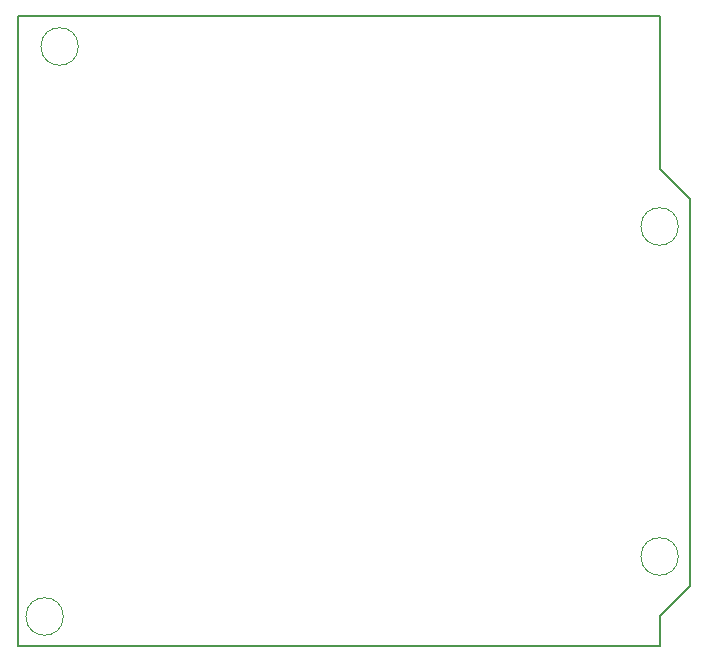
<source format=gbr>
%TF.GenerationSoftware,KiCad,Pcbnew,(5.1.6-0-10_14)*%
%TF.CreationDate,2022-12-11T12:30:35+09:00*%
%TF.ProjectId,MuxReadoutBoard,4d757852-6561-4646-9f75-74426f617264,rev?*%
%TF.SameCoordinates,Original*%
%TF.FileFunction,Profile,NP*%
%FSLAX46Y46*%
G04 Gerber Fmt 4.6, Leading zero omitted, Abs format (unit mm)*
G04 Created by KiCad (PCBNEW (5.1.6-0-10_14)) date 2022-12-11 12:30:35*
%MOMM*%
%LPD*%
G01*
G04 APERTURE LIST*
%TA.AperFunction,Profile*%
%ADD10C,0.050000*%
%TD*%
%TA.AperFunction,Profile*%
%ADD11C,0.127000*%
%TD*%
G04 APERTURE END LIST*
D10*
X118427500Y-101600000D02*
G75*
G03*
X118427500Y-101600000I-1587500J0D01*
G01*
X169227500Y-144780000D02*
G75*
G03*
X169227500Y-144780000I-1587500J0D01*
G01*
X117157500Y-149860000D02*
G75*
G03*
X117157500Y-149860000I-1587500J0D01*
G01*
X169227500Y-116840000D02*
G75*
G03*
X169227500Y-116840000I-1587500J0D01*
G01*
D11*
X167640000Y-152400000D02*
X167640000Y-149860000D01*
X170180000Y-147320000D02*
X167640000Y-149860000D01*
X170180000Y-147320000D02*
X170180000Y-114554000D01*
X167640000Y-112014000D02*
X170180000Y-114554000D01*
X167640000Y-112014000D02*
X167640000Y-99060000D01*
X113284000Y-99060000D02*
X167640000Y-99060000D01*
X113284000Y-152400000D02*
X167640000Y-152400000D01*
X113284000Y-152400000D02*
X113284000Y-99060000D01*
M02*

</source>
